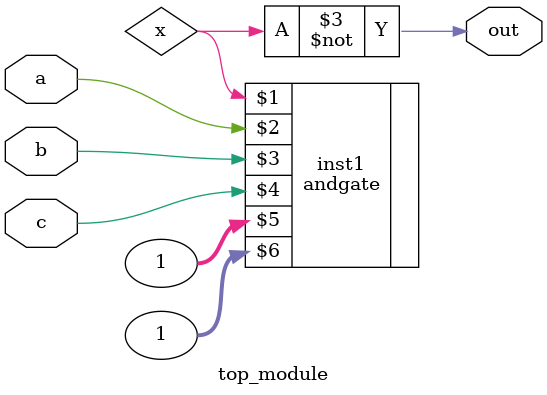
<source format=v>
module top_module (input a, input b, input c, output out);//
        wire x;
    andgate inst1 ( x,a, b, c, 1,1 );
    assign out = ~x;

endmodule

</source>
